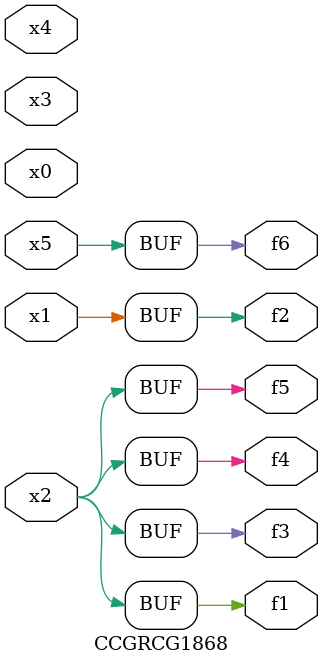
<source format=v>
module CCGRCG1868(
	input x0, x1, x2, x3, x4, x5,
	output f1, f2, f3, f4, f5, f6
);
	assign f1 = x2;
	assign f2 = x1;
	assign f3 = x2;
	assign f4 = x2;
	assign f5 = x2;
	assign f6 = x5;
endmodule

</source>
